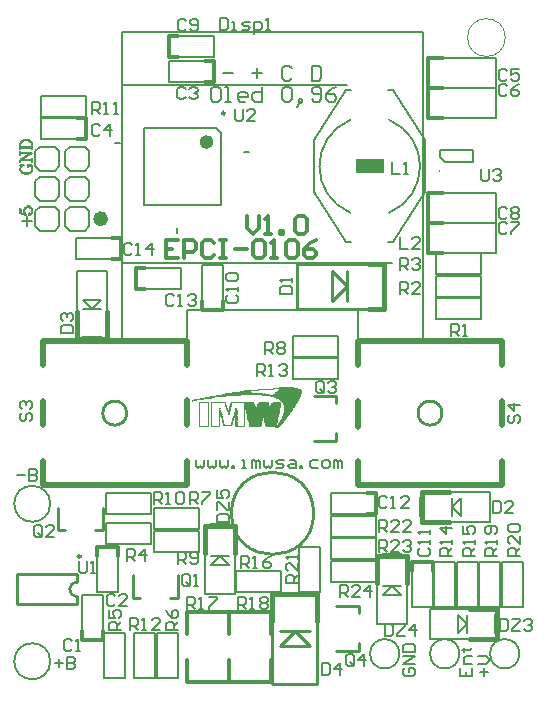
<source format=gto>
%FSLAX23Y23*%
%MOIN*%
G70*
G01*
G75*
G04 Layer_Color=65535*
%ADD10C,0.030*%
%ADD11C,0.020*%
%ADD12C,0.012*%
%ADD13C,0.010*%
%ADD14R,0.024X0.047*%
%ADD15R,0.039X0.051*%
%ADD16R,0.110X0.115*%
%ADD17R,0.098X0.091*%
%ADD18R,0.060X0.074*%
%ADD19R,0.080X0.080*%
%ADD20R,0.074X0.060*%
%ADD21R,0.051X0.039*%
%ADD22O,0.053X0.022*%
%ADD23O,0.022X0.053*%
%ADD24R,0.022X0.053*%
%ADD25R,0.026X0.079*%
%ADD26R,0.106X0.033*%
%ADD27R,0.110X0.070*%
%ADD28R,0.050X0.050*%
%ADD29R,0.050X0.050*%
%ADD30R,0.100X0.060*%
%ADD31C,0.015*%
%ADD32C,0.008*%
%ADD33C,0.157*%
%ADD34C,0.100*%
%ADD35P,0.108X8X112.5*%
%ADD36C,0.060*%
%ADD37C,0.089*%
%ADD38P,0.076X8X202.5*%
%ADD39R,0.062X0.070*%
%ADD40O,0.062X0.070*%
%ADD41C,0.079*%
%ADD42C,0.050*%
%ADD43C,0.006*%
%ADD44C,0.008*%
%ADD45C,0.004*%
%ADD46C,0.025*%
%ADD47C,0.024*%
%ADD48C,0.010*%
%ADD49C,0.016*%
%ADD50C,0.012*%
%ADD51C,0.006*%
%ADD52C,0.002*%
%ADD53R,0.098X0.051*%
D11*
X1375Y560D02*
Y620D01*
X1625Y170D02*
Y230D01*
X1245Y425D02*
X1305D01*
X670Y525D02*
X730D01*
X245Y1150D02*
X305D01*
X1641Y662D02*
Y742D01*
Y862D02*
Y942D01*
Y1062D02*
Y1142D01*
X1161D02*
X1641D01*
X1161Y1062D02*
Y1142D01*
Y857D02*
Y942D01*
Y662D02*
Y742D01*
Y662D02*
X1641D01*
X110Y1142D02*
X590D01*
Y1062D02*
Y1142D01*
Y862D02*
Y947D01*
Y662D02*
Y742D01*
X110Y662D02*
X590D01*
X110D02*
Y742D01*
Y862D02*
Y942D01*
Y1062D02*
Y1142D01*
D12*
X340Y1415D02*
X370D01*
Y1485D01*
X340D02*
X370D01*
X290Y425D02*
Y455D01*
X360D01*
Y425D02*
Y455D01*
X240Y145D02*
Y175D01*
Y145D02*
X310D01*
Y175D01*
X650Y2075D02*
X680D01*
Y2005D02*
Y2075D01*
X650Y2005D02*
X680D01*
X420Y1385D02*
X450D01*
X420Y1315D02*
Y1385D01*
Y1315D02*
X450D01*
X1190Y635D02*
X1220D01*
Y565D02*
Y635D01*
X1190Y565D02*
X1220D01*
X1410Y375D02*
Y405D01*
X1340D02*
X1410D01*
X1340Y375D02*
Y405D01*
X710Y1245D02*
Y1275D01*
X640Y1245D02*
X710D01*
X640D02*
Y1275D01*
X530Y2160D02*
X560D01*
X530Y2090D02*
Y2160D01*
Y2090D02*
X560D01*
X225Y1885D02*
X255D01*
Y1815D02*
Y1885D01*
X225Y1815D02*
X255D01*
X730Y5D02*
X870D01*
X730Y240D02*
X870D01*
Y5D02*
Y80D01*
X730Y5D02*
Y80D01*
Y165D02*
Y240D01*
X870Y165D02*
Y240D01*
X730Y165D02*
Y240D01*
X590Y165D02*
Y240D01*
Y5D02*
Y80D01*
X730Y5D02*
Y80D01*
X590Y240D02*
X730D01*
X590Y5D02*
X730D01*
X790Y1560D02*
Y1520D01*
X810Y1500D01*
X830Y1520D01*
Y1560D01*
X850Y1500D02*
X870D01*
X860D01*
Y1560D01*
X850Y1550D01*
X900Y1500D02*
Y1510D01*
X910D01*
Y1500D01*
X900D01*
X950Y1550D02*
X960Y1560D01*
X980D01*
X990Y1550D01*
Y1510D01*
X980Y1500D01*
X960D01*
X950Y1510D01*
Y1550D01*
X560Y1480D02*
X520D01*
Y1420D01*
X560D01*
X520Y1450D02*
X540D01*
X580Y1420D02*
Y1480D01*
X610D01*
X620Y1470D01*
Y1450D01*
X610Y1440D01*
X580D01*
X680Y1470D02*
X670Y1480D01*
X650D01*
X640Y1470D01*
Y1430D01*
X650Y1420D01*
X670D01*
X680Y1430D01*
X700Y1480D02*
X720D01*
X710D01*
Y1420D01*
X700D01*
X720D01*
X750Y1450D02*
X790D01*
X810Y1470D02*
X820Y1480D01*
X840D01*
X850Y1470D01*
Y1430D01*
X840Y1420D01*
X820D01*
X810Y1430D01*
Y1470D01*
X870Y1420D02*
X890D01*
X880D01*
Y1480D01*
X870Y1470D01*
X920D02*
X930Y1480D01*
X950D01*
X960Y1470D01*
Y1430D01*
X950Y1420D01*
X930D01*
X920Y1430D01*
Y1470D01*
X1020Y1480D02*
X1000Y1470D01*
X980Y1450D01*
Y1430D01*
X990Y1420D01*
X1010D01*
X1020Y1430D01*
Y1440D01*
X1010Y1450D01*
X980D01*
D13*
X225Y340D02*
G03*
X225Y290I0J-25D01*
G01*
X237Y425D02*
G03*
X237Y425I-5J0D01*
G01*
X1441Y902D02*
G03*
X1441Y902I-40J0D01*
G01*
X390D02*
G03*
X390Y902I-40J0D01*
G01*
X1013Y568D02*
G03*
X1013Y568I-137J0D01*
G01*
X1075Y1375D02*
X1125Y1325D01*
X1075Y1275D02*
X1125Y1325D01*
X1075Y1275D02*
Y1375D01*
X1125Y1275D02*
Y1375D01*
X958Y1400D02*
X1197D01*
X958Y1250D02*
Y1400D01*
Y1250D02*
X1226D01*
X225Y340D02*
Y365D01*
Y265D02*
Y290D01*
X25Y265D02*
X225D01*
X25D02*
Y365D01*
X225D01*
X900Y175D02*
X1000D01*
X950D02*
X1000Y125D01*
X900D02*
X950Y175D01*
X900Y125D02*
X1000D01*
X875Y300D02*
X1025D01*
X875Y0D02*
Y300D01*
Y0D02*
X1025D01*
Y300D01*
X1163Y235D02*
Y260D01*
X1088D02*
X1163D01*
X1088Y110D02*
X1163D01*
Y135D01*
X535Y287D02*
X560D01*
Y362D01*
X410Y287D02*
Y362D01*
Y287D02*
X435D01*
X160Y512D02*
X185D01*
X160D02*
Y587D01*
X310Y512D02*
Y587D01*
X285Y512D02*
X310D01*
X1088Y935D02*
Y960D01*
X1013D02*
X1088D01*
X1013Y810D02*
X1088D01*
Y835D01*
D32*
X945Y1090D02*
X1095D01*
X945D02*
Y1160D01*
X1095Y1090D02*
Y1160D01*
X945D02*
X1095D01*
X1475Y560D02*
Y620D01*
Y590D02*
X1505Y620D01*
X1475Y590D02*
X1505Y560D01*
Y620D01*
X1600Y540D02*
Y640D01*
X1465Y540D02*
X1600D01*
X1465Y640D02*
X1600D01*
X1445Y1535D02*
X1620D01*
X1445Y1635D02*
X1620D01*
Y1535D02*
Y1635D01*
X1400Y150D02*
X1535D01*
X1400Y250D02*
X1535D01*
X1400Y150D02*
Y250D01*
X1495Y170D02*
Y230D01*
X1525Y200D01*
X1495Y170D02*
X1525Y200D01*
Y170D02*
Y230D01*
X1325Y200D02*
Y335D01*
X1225Y200D02*
Y335D01*
Y200D02*
X1325D01*
X1245Y295D02*
X1305D01*
X1245D02*
X1275Y325D01*
X1305Y295D01*
X1245Y325D02*
X1305D01*
X750Y300D02*
Y435D01*
X650Y300D02*
Y435D01*
Y300D02*
X750D01*
X670Y395D02*
X730D01*
X670D02*
X700Y425D01*
X730Y395D01*
X670Y425D02*
X730D01*
X225Y1240D02*
Y1375D01*
X325Y1240D02*
Y1375D01*
X225D02*
X325D01*
X245Y1280D02*
X305D01*
X275Y1250D02*
X305Y1280D01*
X245D02*
X275Y1250D01*
X245D02*
X305D01*
X755Y305D02*
X905D01*
X755D02*
Y375D01*
X905Y305D02*
Y375D01*
X755D02*
X905D01*
X220Y1415D02*
Y1485D01*
Y1415D02*
X340D01*
X220Y1485D02*
X340D01*
X385Y20D02*
Y170D01*
X315Y20D02*
X385D01*
X315Y170D02*
X385D01*
X315Y20D02*
Y170D01*
X782Y1772D02*
X799D01*
X559Y1501D02*
Y1518D01*
X351Y1804D02*
X368D01*
X290Y305D02*
Y425D01*
X360Y305D02*
Y425D01*
X290Y305D02*
X360D01*
X480Y585D02*
X630D01*
Y515D02*
Y585D01*
X480Y515D02*
Y585D01*
Y515D02*
X630D01*
X240Y295D02*
X310D01*
X240Y175D02*
Y295D01*
X310Y175D02*
Y295D01*
X320Y635D02*
X470D01*
Y565D02*
Y635D01*
X320Y565D02*
Y635D01*
Y565D02*
X470D01*
X530Y2075D02*
X650D01*
X530Y2005D02*
X650D01*
X530D02*
Y2075D01*
X570Y1315D02*
Y1385D01*
X450D02*
X570D01*
X450Y1315D02*
X570D01*
X1070Y635D02*
X1190D01*
X1070Y565D02*
X1190D01*
X1070D02*
Y635D01*
X1340Y255D02*
X1410D01*
Y375D01*
X1340Y255D02*
Y375D01*
X710Y1275D02*
Y1395D01*
X640Y1275D02*
Y1395D01*
X710D01*
X680Y2090D02*
Y2160D01*
X560D02*
X680D01*
X560Y2090D02*
X680D01*
X105Y1885D02*
X225D01*
X105Y1815D02*
X225D01*
X105D02*
Y1885D01*
X1070Y340D02*
X1220D01*
X1070D02*
Y410D01*
X1220Y340D02*
Y410D01*
X1070D02*
X1220D01*
X1070Y485D02*
X1220D01*
Y415D02*
Y485D01*
X1070Y415D02*
Y485D01*
Y415D02*
X1220D01*
X1070Y490D02*
X1220D01*
X1070D02*
Y560D01*
X1220Y490D02*
Y560D01*
X1070D02*
X1220D01*
X965Y305D02*
Y455D01*
X1035D01*
X965Y305D02*
X1035D01*
Y455D01*
X1640Y255D02*
Y405D01*
X1710D01*
X1640Y255D02*
X1710D01*
Y405D01*
X1635Y255D02*
Y405D01*
X1565Y255D02*
X1635D01*
X1565Y405D02*
X1635D01*
X1565Y255D02*
Y405D01*
X1560Y255D02*
Y405D01*
X1490Y255D02*
X1560D01*
X1490Y405D02*
X1560D01*
X1490Y255D02*
Y405D01*
X1485Y255D02*
Y405D01*
X1415Y255D02*
X1485D01*
X1415Y405D02*
X1485D01*
X1415Y255D02*
Y405D01*
X1420Y1290D02*
X1570D01*
X1420D02*
Y1360D01*
X1570Y1290D02*
Y1360D01*
X1420D02*
X1570D01*
X1420Y1285D02*
X1570D01*
Y1215D02*
Y1285D01*
X1420Y1215D02*
Y1285D01*
Y1215D02*
X1570D01*
X560Y20D02*
Y170D01*
X490Y20D02*
X560D01*
X490Y170D02*
X560D01*
X490Y20D02*
Y170D01*
X945Y1085D02*
X1095D01*
Y1015D02*
Y1085D01*
X945Y1015D02*
Y1085D01*
Y1015D02*
X1095D01*
X485Y20D02*
Y170D01*
X415Y20D02*
X485D01*
X415Y170D02*
X485D01*
X415Y20D02*
Y170D01*
X105Y1890D02*
X255D01*
X105D02*
Y1960D01*
X255Y1890D02*
Y1960D01*
X105D02*
X255D01*
X320Y535D02*
X470D01*
Y465D02*
Y535D01*
X320Y465D02*
Y535D01*
Y465D02*
X470D01*
X480Y510D02*
X630D01*
Y440D02*
Y510D01*
X480Y440D02*
Y510D01*
Y440D02*
X630D01*
X1420Y1365D02*
X1570D01*
X1420D02*
Y1435D01*
X1570Y1365D02*
Y1435D01*
X1420D02*
X1570D01*
X1445D02*
X1620D01*
X1445Y1535D02*
X1620D01*
Y1435D02*
Y1535D01*
Y1885D02*
Y1985D01*
X1445D02*
X1620D01*
X1445Y1885D02*
X1620D01*
X1445Y1985D02*
X1620D01*
X1445Y2085D02*
X1620D01*
Y1985D02*
Y2085D01*
X586Y1983D02*
X579Y1990D01*
X566D01*
X559Y1983D01*
Y1957D01*
X566Y1950D01*
X579D01*
X586Y1957D01*
X599Y1983D02*
X606Y1990D01*
X619D01*
X626Y1983D01*
Y1977D01*
X619Y1970D01*
X613D01*
X619D01*
X626Y1963D01*
Y1957D01*
X619Y1950D01*
X606D01*
X599Y1957D01*
X600Y600D02*
Y640D01*
X620D01*
X627Y633D01*
Y620D01*
X620Y613D01*
X600D01*
X613D02*
X627Y600D01*
X640Y640D02*
X667D01*
Y633D01*
X640Y607D01*
Y600D01*
X1667Y897D02*
X1660Y890D01*
Y877D01*
X1667Y870D01*
X1673D01*
X1680Y877D01*
Y890D01*
X1687Y897D01*
X1693D01*
X1700Y890D01*
Y877D01*
X1693Y870D01*
X1700Y930D02*
X1660D01*
X1680Y910D01*
Y937D01*
X42Y902D02*
X35Y895D01*
Y882D01*
X42Y875D01*
X48D01*
X55Y882D01*
Y895D01*
X62Y902D01*
X68D01*
X75Y895D01*
Y882D01*
X68Y875D01*
X42Y915D02*
X35Y922D01*
Y935D01*
X42Y942D01*
X48D01*
X55Y935D01*
Y928D01*
Y935D01*
X62Y942D01*
X68D01*
X75Y935D01*
Y922D01*
X68Y915D01*
X207Y143D02*
X200Y150D01*
X187D01*
X180Y143D01*
Y117D01*
X187Y110D01*
X200D01*
X207Y117D01*
X220Y110D02*
X233D01*
X227D01*
Y150D01*
X220Y143D01*
X1300Y1380D02*
Y1420D01*
X1320D01*
X1327Y1413D01*
Y1400D01*
X1320Y1393D01*
X1300D01*
X1313D02*
X1327Y1380D01*
X1340Y1413D02*
X1347Y1420D01*
X1360D01*
X1367Y1413D01*
Y1407D01*
X1360Y1400D01*
X1353D01*
X1360D01*
X1367Y1393D01*
Y1387D01*
X1360Y1380D01*
X1347D01*
X1340Y1387D01*
X370Y180D02*
X330D01*
Y200D01*
X337Y207D01*
X350D01*
X357Y200D01*
Y180D01*
Y193D02*
X370Y207D01*
X330Y247D02*
Y220D01*
X350D01*
X343Y233D01*
Y240D01*
X350Y247D01*
X363D01*
X370Y240D01*
Y227D01*
X363Y220D01*
X602Y332D02*
Y358D01*
X595Y365D01*
X582D01*
X575Y358D01*
Y332D01*
X582Y325D01*
X595D01*
X588Y338D02*
X602Y325D01*
X595D02*
X602Y332D01*
X615Y325D02*
X628D01*
X622D01*
Y365D01*
X615Y358D01*
X170Y1170D02*
X210D01*
Y1190D01*
X203Y1197D01*
X177D01*
X170Y1190D01*
Y1170D01*
X177Y1210D02*
X170Y1217D01*
Y1230D01*
X177Y1237D01*
X183D01*
X190Y1230D01*
Y1223D01*
Y1230D01*
X197Y1237D01*
X203D01*
X210Y1230D01*
Y1217D01*
X203Y1210D01*
X560Y400D02*
Y440D01*
X580D01*
X587Y433D01*
Y420D01*
X580Y413D01*
X560D01*
X573D02*
X587Y400D01*
X600Y407D02*
X607Y400D01*
X620D01*
X627Y407D01*
Y433D01*
X620Y440D01*
X607D01*
X600Y433D01*
Y427D01*
X607Y420D01*
X627D01*
X230Y410D02*
Y377D01*
X237Y370D01*
X250D01*
X257Y377D01*
Y410D01*
X270Y370D02*
X283D01*
X277D01*
Y410D01*
X270Y403D01*
X352Y293D02*
X345Y300D01*
X332D01*
X325Y293D01*
Y267D01*
X332Y260D01*
X345D01*
X352Y267D01*
X392Y260D02*
X365D01*
X392Y287D01*
Y293D01*
X385Y300D01*
X372D01*
X365Y293D01*
X107Y497D02*
Y523D01*
X100Y530D01*
X87D01*
X80Y523D01*
Y497D01*
X87Y490D01*
X100D01*
X93Y503D02*
X107Y490D01*
X100D02*
X107Y497D01*
X147Y490D02*
X120D01*
X147Y517D01*
Y523D01*
X140Y530D01*
X127D01*
X120Y523D01*
X390Y410D02*
Y450D01*
X410D01*
X417Y443D01*
Y430D01*
X410Y423D01*
X390D01*
X403D02*
X417Y410D01*
X450D02*
Y450D01*
X430Y430D01*
X457D01*
X480Y600D02*
Y640D01*
X500D01*
X507Y633D01*
Y620D01*
X500Y613D01*
X480D01*
X493D02*
X507Y600D01*
X520D02*
X533D01*
X527D01*
Y640D01*
X520Y633D01*
X553D02*
X560Y640D01*
X573D01*
X580Y633D01*
Y607D01*
X573Y600D01*
X560D01*
X553Y607D01*
Y633D01*
X275Y1900D02*
Y1940D01*
X295D01*
X302Y1933D01*
Y1920D01*
X295Y1913D01*
X275D01*
X288D02*
X302Y1900D01*
X315D02*
X328D01*
X322D01*
Y1940D01*
X315Y1933D01*
X348Y1900D02*
X362D01*
X355D01*
Y1940D01*
X348Y1933D01*
X400Y180D02*
Y220D01*
X420D01*
X427Y213D01*
Y200D01*
X420Y193D01*
X400D01*
X413D02*
X427Y180D01*
X440D02*
X453D01*
X447D01*
Y220D01*
X440Y213D01*
X500Y180D02*
X473D01*
X500Y207D01*
Y213D01*
X493Y220D01*
X480D01*
X473Y213D01*
X825Y1025D02*
Y1065D01*
X845D01*
X852Y1058D01*
Y1045D01*
X845Y1038D01*
X825D01*
X838D02*
X852Y1025D01*
X865D02*
X878D01*
X872D01*
Y1065D01*
X865Y1058D01*
X898D02*
X905Y1065D01*
X918D01*
X925Y1058D01*
Y1052D01*
X918Y1045D01*
X912D01*
X918D01*
X925Y1038D01*
Y1032D01*
X918Y1025D01*
X905D01*
X898Y1032D01*
X700Y2220D02*
Y2180D01*
X720D01*
X727Y2187D01*
Y2213D01*
X720Y2220D01*
X700D01*
X740Y2180D02*
X753D01*
X747D01*
Y2207D01*
X740D01*
X773Y2180D02*
X793D01*
X800Y2187D01*
X793Y2193D01*
X780D01*
X773Y2200D01*
X780Y2207D01*
X800D01*
X813Y2167D02*
Y2207D01*
X833D01*
X840Y2200D01*
Y2187D01*
X833Y2180D01*
X813D01*
X853D02*
X867D01*
X860D01*
Y2220D01*
X853Y2213D01*
X302Y1858D02*
X295Y1865D01*
X282D01*
X275Y1858D01*
Y1832D01*
X282Y1825D01*
X295D01*
X302Y1832D01*
X335Y1825D02*
Y1865D01*
X315Y1845D01*
X342D01*
X560Y180D02*
X520D01*
Y200D01*
X527Y207D01*
X540D01*
X547Y200D01*
Y180D01*
Y193D02*
X560Y207D01*
X520Y247D02*
X527Y233D01*
X540Y220D01*
X553D01*
X560Y227D01*
Y240D01*
X553Y247D01*
X547D01*
X540Y240D01*
Y220D01*
X750Y1915D02*
Y1882D01*
X757Y1875D01*
X770D01*
X777Y1882D01*
Y1915D01*
X817Y1875D02*
X790D01*
X817Y1902D01*
Y1908D01*
X810Y1915D01*
X797D01*
X790Y1908D01*
X1657Y2043D02*
X1650Y2050D01*
X1637D01*
X1630Y2043D01*
Y2017D01*
X1637Y2010D01*
X1650D01*
X1657Y2017D01*
X1697Y2050D02*
X1670D01*
Y2030D01*
X1683Y2037D01*
X1690D01*
X1697Y2030D01*
Y2017D01*
X1690Y2010D01*
X1677D01*
X1670Y2017D01*
X1657Y1993D02*
X1650Y2000D01*
X1637D01*
X1630Y1993D01*
Y1967D01*
X1637Y1960D01*
X1650D01*
X1657Y1967D01*
X1697Y2000D02*
X1683Y1993D01*
X1670Y1980D01*
Y1967D01*
X1677Y1960D01*
X1690D01*
X1697Y1967D01*
Y1973D01*
X1690Y1980D01*
X1670D01*
X1657Y1533D02*
X1650Y1540D01*
X1637D01*
X1630Y1533D01*
Y1507D01*
X1637Y1500D01*
X1650D01*
X1657Y1507D01*
X1670Y1540D02*
X1697D01*
Y1533D01*
X1670Y1507D01*
Y1500D01*
X1657Y1583D02*
X1650Y1590D01*
X1637D01*
X1630Y1583D01*
Y1557D01*
X1637Y1550D01*
X1650D01*
X1657Y1557D01*
X1670Y1583D02*
X1677Y1590D01*
X1690D01*
X1697Y1583D01*
Y1577D01*
X1690Y1570D01*
X1697Y1563D01*
Y1557D01*
X1690Y1550D01*
X1677D01*
X1670Y1557D01*
Y1563D01*
X1677Y1570D01*
X1670Y1577D01*
Y1583D01*
X1677Y1570D02*
X1690D01*
X1275Y1740D02*
Y1700D01*
X1302D01*
X1315D02*
X1328D01*
X1322D01*
Y1740D01*
X1315Y1733D01*
X1300Y1490D02*
Y1450D01*
X1327D01*
X1367D02*
X1340D01*
X1367Y1477D01*
Y1483D01*
X1360Y1490D01*
X1347D01*
X1340Y1483D01*
X1470Y1160D02*
Y1200D01*
X1490D01*
X1497Y1193D01*
Y1180D01*
X1490Y1173D01*
X1470D01*
X1483D02*
X1497Y1160D01*
X1510D02*
X1523D01*
X1517D01*
Y1200D01*
X1510Y1193D01*
X1300Y1300D02*
Y1340D01*
X1320D01*
X1327Y1333D01*
Y1320D01*
X1320Y1313D01*
X1300D01*
X1313D02*
X1327Y1300D01*
X1367D02*
X1340D01*
X1367Y1327D01*
Y1333D01*
X1360Y1340D01*
X1347D01*
X1340Y1333D01*
X1570Y1715D02*
Y1682D01*
X1577Y1675D01*
X1590D01*
X1597Y1682D01*
Y1715D01*
X1610Y1708D02*
X1617Y1715D01*
X1630D01*
X1637Y1708D01*
Y1702D01*
X1630Y1695D01*
X1623D01*
X1630D01*
X1637Y1688D01*
Y1682D01*
X1630Y1675D01*
X1617D01*
X1610Y1682D01*
X1635Y215D02*
Y175D01*
X1655D01*
X1662Y182D01*
Y208D01*
X1655Y215D01*
X1635D01*
X1675D02*
X1702D01*
Y208D01*
X1675Y182D01*
Y175D01*
X1702D01*
X1715Y208D02*
X1722Y215D01*
X1735D01*
X1742Y208D01*
Y202D01*
X1735Y195D01*
X1728D01*
X1735D01*
X1742Y188D01*
Y182D01*
X1735Y175D01*
X1722D01*
X1715Y182D01*
X1580Y25D02*
Y52D01*
X1567Y38D02*
X1593D01*
X1560Y65D02*
X1587D01*
X1600Y78D01*
X1587Y92D01*
X1560D01*
X1500Y52D02*
Y25D01*
X1540D01*
Y52D01*
X1520Y25D02*
Y38D01*
X1540Y65D02*
X1513D01*
Y85D01*
X1520Y92D01*
X1540D01*
X1507Y112D02*
X1513D01*
Y105D01*
Y118D01*
Y112D01*
X1533D01*
X1540Y118D01*
X1317Y52D02*
X1310Y45D01*
Y32D01*
X1317Y25D01*
X1343D01*
X1350Y32D01*
Y45D01*
X1343Y52D01*
X1330D01*
Y38D01*
X1350Y65D02*
X1310D01*
X1350Y92D01*
X1310D01*
Y105D02*
X1350D01*
Y125D01*
X1343Y132D01*
X1317D01*
X1310Y125D01*
Y105D01*
X1047Y977D02*
Y1003D01*
X1040Y1010D01*
X1027D01*
X1020Y1003D01*
Y977D01*
X1027Y970D01*
X1040D01*
X1033Y983D02*
X1047Y970D01*
X1040D02*
X1047Y977D01*
X1060Y1003D02*
X1067Y1010D01*
X1080D01*
X1087Y1003D01*
Y997D01*
X1080Y990D01*
X1073D01*
X1080D01*
X1087Y983D01*
Y977D01*
X1080Y970D01*
X1067D01*
X1060Y977D01*
X1147Y67D02*
Y93D01*
X1140Y100D01*
X1127D01*
X1120Y93D01*
Y67D01*
X1127Y60D01*
X1140D01*
X1133Y73D02*
X1147Y60D01*
X1140D02*
X1147Y67D01*
X1180Y60D02*
Y100D01*
X1160Y80D01*
X1187D01*
X850Y1100D02*
Y1140D01*
X870D01*
X877Y1133D01*
Y1120D01*
X870Y1113D01*
X850D01*
X863D02*
X877Y1100D01*
X890Y1133D02*
X897Y1140D01*
X910D01*
X917Y1133D01*
Y1127D01*
X910Y1120D01*
X917Y1113D01*
Y1107D01*
X910Y1100D01*
X897D01*
X890Y1107D01*
Y1113D01*
X897Y1120D01*
X890Y1127D01*
Y1133D01*
X897Y1120D02*
X910D01*
X1475Y425D02*
X1435D01*
Y445D01*
X1442Y452D01*
X1455D01*
X1462Y445D01*
Y425D01*
Y438D02*
X1475Y452D01*
Y465D02*
Y478D01*
Y472D01*
X1435D01*
X1442Y465D01*
X1475Y518D02*
X1435D01*
X1455Y498D01*
Y525D01*
X1550Y425D02*
X1510D01*
Y445D01*
X1517Y452D01*
X1530D01*
X1537Y445D01*
Y425D01*
Y438D02*
X1550Y452D01*
Y465D02*
Y478D01*
Y472D01*
X1510D01*
X1517Y465D01*
X1510Y525D02*
Y498D01*
X1530D01*
X1523Y512D01*
Y518D01*
X1530Y525D01*
X1543D01*
X1550Y518D01*
Y505D01*
X1543Y498D01*
X770Y385D02*
Y425D01*
X790D01*
X797Y418D01*
Y405D01*
X790Y398D01*
X770D01*
X783D02*
X797Y385D01*
X810D02*
X823D01*
X817D01*
Y425D01*
X810Y418D01*
X870Y425D02*
X857Y418D01*
X843Y405D01*
Y392D01*
X850Y385D01*
X863D01*
X870Y392D01*
Y398D01*
X863Y405D01*
X843D01*
X590Y250D02*
Y290D01*
X610D01*
X617Y283D01*
Y270D01*
X610Y263D01*
X590D01*
X603D02*
X617Y250D01*
X630D02*
X643D01*
X637D01*
Y290D01*
X630Y283D01*
X663Y290D02*
X690D01*
Y283D01*
X663Y257D01*
Y250D01*
X760D02*
Y290D01*
X780D01*
X787Y283D01*
Y270D01*
X780Y263D01*
X760D01*
X773D02*
X787Y250D01*
X800D02*
X813D01*
X807D01*
Y290D01*
X800Y283D01*
X833D02*
X840Y290D01*
X853D01*
X860Y283D01*
Y277D01*
X853Y270D01*
X860Y263D01*
Y257D01*
X853Y250D01*
X840D01*
X833Y257D01*
Y263D01*
X840Y270D01*
X833Y277D01*
Y283D01*
X840Y270D02*
X853D01*
X900Y1300D02*
X940D01*
Y1320D01*
X933Y1327D01*
X907D01*
X900Y1320D01*
Y1300D01*
X940Y1340D02*
Y1353D01*
Y1347D01*
X900D01*
X907Y1340D01*
X1610Y610D02*
Y570D01*
X1630D01*
X1637Y577D01*
Y603D01*
X1630Y610D01*
X1610D01*
X1677Y570D02*
X1650D01*
X1677Y597D01*
Y603D01*
X1670Y610D01*
X1657D01*
X1650Y603D01*
X1040Y70D02*
Y30D01*
X1060D01*
X1067Y37D01*
Y63D01*
X1060Y70D01*
X1040D01*
X1100Y30D02*
Y70D01*
X1080Y50D01*
X1107D01*
X587Y2208D02*
X580Y2215D01*
X567D01*
X560Y2208D01*
Y2182D01*
X567Y2175D01*
X580D01*
X587Y2182D01*
X600D02*
X607Y2175D01*
X620D01*
X627Y2182D01*
Y2208D01*
X620Y2215D01*
X607D01*
X600Y2208D01*
Y2202D01*
X607Y2195D01*
X627D01*
X727Y1297D02*
X720Y1290D01*
Y1277D01*
X727Y1270D01*
X753D01*
X760Y1277D01*
Y1290D01*
X753Y1297D01*
X760Y1310D02*
Y1323D01*
Y1317D01*
X720D01*
X727Y1310D01*
Y1343D02*
X720Y1350D01*
Y1363D01*
X727Y1370D01*
X753D01*
X760Y1363D01*
Y1350D01*
X753Y1343D01*
X727D01*
X1367Y452D02*
X1360Y445D01*
Y432D01*
X1367Y425D01*
X1393D01*
X1400Y432D01*
Y445D01*
X1393Y452D01*
X1400Y465D02*
Y478D01*
Y472D01*
X1360D01*
X1367Y465D01*
X1400Y498D02*
Y512D01*
Y505D01*
X1360D01*
X1367Y498D01*
X1257Y618D02*
X1250Y625D01*
X1237D01*
X1230Y618D01*
Y592D01*
X1237Y585D01*
X1250D01*
X1257Y592D01*
X1270Y585D02*
X1283D01*
X1277D01*
Y625D01*
X1270Y618D01*
X1330Y585D02*
X1303D01*
X1330Y612D01*
Y618D01*
X1323Y625D01*
X1310D01*
X1303Y618D01*
X547Y1293D02*
X540Y1300D01*
X527D01*
X520Y1293D01*
Y1267D01*
X527Y1260D01*
X540D01*
X547Y1267D01*
X560Y1260D02*
X573D01*
X567D01*
Y1300D01*
X560Y1293D01*
X593D02*
X600Y1300D01*
X613D01*
X620Y1293D01*
Y1287D01*
X613Y1280D01*
X607D01*
X613D01*
X620Y1273D01*
Y1267D01*
X613Y1260D01*
X600D01*
X593Y1267D01*
X407Y1463D02*
X400Y1470D01*
X387D01*
X380Y1463D01*
Y1437D01*
X387Y1430D01*
X400D01*
X407Y1437D01*
X420Y1430D02*
X433D01*
X427D01*
Y1470D01*
X420Y1463D01*
X473Y1430D02*
Y1470D01*
X453Y1450D01*
X480D01*
X1250Y200D02*
Y160D01*
X1270D01*
X1277Y167D01*
Y193D01*
X1270Y200D01*
X1250D01*
X1290D02*
X1317D01*
Y193D01*
X1290Y167D01*
Y160D01*
X1317D01*
X1350D02*
Y200D01*
X1330Y180D01*
X1357D01*
X690Y540D02*
X730D01*
Y560D01*
X723Y567D01*
X697D01*
X690Y560D01*
Y540D01*
Y580D02*
Y607D01*
X697D01*
X723Y580D01*
X730D01*
Y607D01*
X690Y647D02*
Y620D01*
X710D01*
X703Y633D01*
Y640D01*
X710Y647D01*
X723D01*
X730Y640D01*
Y627D01*
X723Y620D01*
X1625Y425D02*
X1585D01*
Y445D01*
X1592Y452D01*
X1605D01*
X1612Y445D01*
Y425D01*
Y438D02*
X1625Y452D01*
Y465D02*
Y478D01*
Y472D01*
X1585D01*
X1592Y465D01*
X1618Y498D02*
X1625Y505D01*
Y518D01*
X1618Y525D01*
X1592D01*
X1585Y518D01*
Y505D01*
X1592Y498D01*
X1598D01*
X1605Y505D01*
Y525D01*
X1700Y425D02*
X1660D01*
Y445D01*
X1667Y452D01*
X1680D01*
X1687Y445D01*
Y425D01*
Y438D02*
X1700Y452D01*
Y492D02*
Y465D01*
X1673Y492D01*
X1667D01*
X1660Y485D01*
Y472D01*
X1667Y465D01*
Y505D02*
X1660Y512D01*
Y525D01*
X1667Y532D01*
X1693D01*
X1700Y525D01*
Y512D01*
X1693Y505D01*
X1667D01*
X960Y335D02*
X920D01*
Y355D01*
X927Y362D01*
X940D01*
X947Y355D01*
Y335D01*
Y348D02*
X960Y362D01*
Y402D02*
Y375D01*
X933Y402D01*
X927D01*
X920Y395D01*
Y382D01*
X927Y375D01*
X960Y415D02*
Y428D01*
Y422D01*
X920D01*
X927Y415D01*
X1230Y505D02*
Y545D01*
X1250D01*
X1257Y538D01*
Y525D01*
X1250Y518D01*
X1230D01*
X1243D02*
X1257Y505D01*
X1297D02*
X1270D01*
X1297Y532D01*
Y538D01*
X1290Y545D01*
X1277D01*
X1270Y538D01*
X1337Y505D02*
X1310D01*
X1337Y532D01*
Y538D01*
X1330Y545D01*
X1317D01*
X1310Y538D01*
X1230Y440D02*
Y480D01*
X1250D01*
X1257Y473D01*
Y460D01*
X1250Y453D01*
X1230D01*
X1243D02*
X1257Y440D01*
X1297D02*
X1270D01*
X1297Y467D01*
Y473D01*
X1290Y480D01*
X1277D01*
X1270Y473D01*
X1310D02*
X1317Y480D01*
X1330D01*
X1337Y473D01*
Y467D01*
X1330Y460D01*
X1323D01*
X1330D01*
X1337Y453D01*
Y447D01*
X1330Y440D01*
X1317D01*
X1310Y447D01*
X1100Y290D02*
Y330D01*
X1120D01*
X1127Y323D01*
Y310D01*
X1120Y303D01*
X1100D01*
X1113D02*
X1127Y290D01*
X1167D02*
X1140D01*
X1167Y317D01*
Y323D01*
X1160Y330D01*
X1147D01*
X1140Y323D01*
X1200Y290D02*
Y330D01*
X1180Y310D01*
X1207D01*
X620Y747D02*
Y727D01*
X627Y720D01*
X633Y727D01*
X640Y720D01*
X647Y727D01*
Y747D01*
X660D02*
Y727D01*
X667Y720D01*
X673Y727D01*
X680Y720D01*
X687Y727D01*
Y747D01*
X700D02*
Y727D01*
X707Y720D01*
X713Y727D01*
X720Y720D01*
X727Y727D01*
Y747D01*
X740Y720D02*
Y727D01*
X747D01*
Y720D01*
X740D01*
X773D02*
X787D01*
X780D01*
Y747D01*
X773D01*
X807Y720D02*
Y747D01*
X813D01*
X820Y740D01*
Y720D01*
Y740D01*
X827Y747D01*
X833Y740D01*
Y720D01*
X847Y747D02*
Y727D01*
X853Y720D01*
X860Y727D01*
X867Y720D01*
X873Y727D01*
Y747D01*
X887Y720D02*
X907D01*
X913Y727D01*
X907Y733D01*
X893D01*
X887Y740D01*
X893Y747D01*
X913D01*
X933D02*
X947D01*
X953Y740D01*
Y720D01*
X933D01*
X927Y727D01*
X933Y733D01*
X953D01*
X967Y720D02*
Y727D01*
X973D01*
Y720D01*
X967D01*
X1027Y747D02*
X1007D01*
X1000Y740D01*
Y727D01*
X1007Y720D01*
X1027D01*
X1047D02*
X1060D01*
X1067Y727D01*
Y740D01*
X1060Y747D01*
X1047D01*
X1040Y740D01*
Y727D01*
X1047Y720D01*
X1080D02*
Y747D01*
X1087D01*
X1093Y740D01*
Y720D01*
Y740D01*
X1100Y747D01*
X1107Y740D01*
Y720D01*
X695Y1989D02*
X678D01*
X670Y1981D01*
Y1948D01*
X678Y1940D01*
X695D01*
X703Y1948D01*
Y1981D01*
X695Y1989D01*
X719Y1940D02*
X736D01*
X727D01*
Y1989D01*
X719D01*
X785Y1940D02*
X768D01*
X760Y1948D01*
Y1965D01*
X768Y1973D01*
X785D01*
X793Y1965D01*
Y1956D01*
X760D01*
X842Y1989D02*
Y1940D01*
X818D01*
X809Y1948D01*
Y1965D01*
X818Y1973D01*
X842D01*
X908Y1981D02*
X916Y1989D01*
X932D01*
X941Y1981D01*
Y1948D01*
X932Y1940D01*
X916D01*
X908Y1948D01*
Y1981D01*
X965Y1932D02*
X973Y1940D01*
Y1948D01*
X965D01*
Y1940D01*
X973D01*
X965Y1932D01*
X957Y1924D01*
X1006Y1948D02*
X1014Y1940D01*
X1031D01*
X1039Y1948D01*
Y1981D01*
X1031Y1989D01*
X1014D01*
X1006Y1981D01*
Y1973D01*
X1014Y1965D01*
X1039D01*
X1088Y1989D02*
X1072Y1981D01*
X1055Y1965D01*
Y1948D01*
X1064Y1940D01*
X1080D01*
X1088Y1948D01*
Y1956D01*
X1080Y1965D01*
X1055D01*
X711Y2035D02*
X743D01*
X809D02*
X842D01*
X825Y2051D02*
Y2018D01*
X940Y2051D02*
X932Y2059D01*
X916D01*
X907Y2051D01*
Y2018D01*
X916Y2010D01*
X932D01*
X940Y2018D01*
X1006Y2059D02*
Y2010D01*
X1030D01*
X1039Y2018D01*
Y2051D01*
X1030Y2059D01*
X1006D01*
X150Y70D02*
X177D01*
X163Y83D02*
Y57D01*
X190Y90D02*
Y50D01*
X210D01*
X217Y57D01*
Y63D01*
X210Y70D01*
X190D01*
X210D01*
X217Y77D01*
Y83D01*
X210Y90D01*
X190D01*
X25Y695D02*
X52D01*
X65Y715D02*
Y675D01*
X85D01*
X92Y682D01*
Y688D01*
X85Y695D01*
X65D01*
X85D01*
X92Y702D01*
Y708D01*
X85Y715D01*
X65D01*
D43*
X1433Y1709D02*
G03*
X1433Y1709I-2J0D01*
G01*
D44*
X1264Y1570D02*
G03*
X1264Y1880I-64J155D01*
G01*
X1136D02*
G03*
X1136Y1570I64J-155D01*
G01*
X135Y75D02*
G03*
X135Y75I-60J0D01*
G01*
Y600D02*
G03*
X135Y600I-60J0D01*
G01*
X1699Y100D02*
G03*
X1699Y100I-49J0D01*
G01*
X1499D02*
G03*
X1499Y100I-49J0D01*
G01*
X1299D02*
G03*
X1299Y100I-49J0D01*
G01*
X374Y1404D02*
X1275D01*
X374Y1995D02*
X1125D01*
X1435Y1780D02*
X1545D01*
Y1740D02*
Y1780D01*
X1451Y1740D02*
X1545D01*
X1435Y1756D02*
Y1780D01*
Y1756D02*
X1451Y1740D01*
X1385Y1638D02*
Y1812D01*
X1015Y1638D02*
Y1812D01*
X1279Y1979D02*
X1385Y1812D01*
X1279Y1471D02*
X1385Y1638D01*
X1015Y1812D02*
X1121Y1979D01*
X1015Y1638D02*
X1121Y1471D01*
X1261Y1979D02*
X1279D01*
X1261Y1471D02*
X1279D01*
X1121Y1979D02*
X1139D01*
X1121Y1471D02*
X1139D01*
X374Y2172D02*
X1378D01*
Y1148D02*
Y2172D01*
X374Y1148D02*
Y2172D01*
X591Y1148D02*
Y1247D01*
X1161D01*
Y1148D02*
Y1247D01*
Y1148D02*
X1378D01*
X374D02*
X591D01*
X687Y1853D02*
X703Y1837D01*
X447Y1597D02*
Y1853D01*
X703Y1597D02*
Y1837D01*
X447Y1597D02*
X703D01*
X447Y1853D02*
X687D01*
D45*
X1652Y2154D02*
G03*
X1652Y2154I-63J0D01*
G01*
D46*
X315Y1550D02*
G03*
X315Y1550I-12J0D01*
G01*
D47*
X668Y1806D02*
G03*
X668Y1806I-12J0D01*
G01*
D48*
X718Y1902D02*
G03*
X718Y1902I-5J0D01*
G01*
D49*
X1197Y1250D02*
X1246D01*
Y1400D01*
X1197D02*
X1246D01*
X1375Y540D02*
Y560D01*
Y540D02*
X1465D01*
X1375Y640D02*
X1465D01*
X1375Y620D02*
Y640D01*
X1625Y150D02*
Y170D01*
X1535Y150D02*
X1625D01*
X1535Y250D02*
X1625D01*
Y230D02*
Y250D01*
X1305Y425D02*
X1325D01*
Y335D02*
Y425D01*
X1225Y335D02*
Y425D01*
X1245D01*
X730Y525D02*
X750D01*
Y435D02*
Y525D01*
X650Y435D02*
Y525D01*
X670D01*
X225Y1150D02*
X245D01*
X225D02*
Y1240D01*
X325Y1150D02*
Y1240D01*
X305Y1150D02*
X325D01*
X875Y300D02*
X1025D01*
Y210D02*
Y300D01*
X875Y210D02*
Y300D01*
D50*
X1395Y1635D02*
X1445D01*
X1395Y1535D02*
X1445D01*
X1395D02*
Y1635D01*
Y1535D02*
X1445D01*
X1395Y1435D02*
X1445D01*
X1395D02*
Y1535D01*
Y1885D02*
Y1985D01*
Y1885D02*
X1445D01*
X1395Y1985D02*
X1445D01*
X1395Y2085D02*
X1445D01*
X1395Y1985D02*
X1445D01*
X1395D02*
Y2085D01*
D51*
X250Y1510D02*
X265Y1525D01*
Y1575D01*
X250Y1590D02*
X265Y1575D01*
X200Y1590D02*
X250D01*
X185Y1575D02*
X200Y1590D01*
X185Y1525D02*
Y1575D01*
Y1525D02*
X200Y1510D01*
X250D01*
X150D02*
X165Y1525D01*
Y1575D01*
X150Y1590D02*
X165Y1575D01*
X100Y1590D02*
X150D01*
X85Y1575D02*
X100Y1590D01*
X85Y1525D02*
Y1575D01*
Y1525D02*
X100Y1510D01*
X150D01*
X250Y1610D02*
X265Y1625D01*
Y1675D01*
X250Y1690D02*
X265Y1675D01*
X200Y1690D02*
X250D01*
X185Y1675D02*
X200Y1690D01*
X185Y1625D02*
Y1675D01*
Y1625D02*
X200Y1610D01*
X250D01*
X150D02*
X165Y1625D01*
Y1675D01*
X150Y1690D02*
X165Y1675D01*
X100Y1690D02*
X150D01*
X85Y1675D02*
X100Y1690D01*
X85Y1625D02*
Y1675D01*
Y1625D02*
X100Y1610D01*
X150D01*
X250Y1710D02*
X265Y1725D01*
Y1775D01*
X250Y1790D02*
X265Y1775D01*
X200Y1790D02*
X250D01*
X185Y1775D02*
X200Y1790D01*
X185Y1725D02*
Y1775D01*
Y1725D02*
X200Y1710D01*
X250D01*
X150Y1710D02*
X165Y1725D01*
Y1775D01*
X150Y1790D02*
X165Y1775D01*
X100Y1790D02*
X150D01*
X85Y1775D02*
X100Y1790D01*
X85Y1725D02*
Y1775D01*
Y1725D02*
X100Y1710D01*
X150D01*
X41Y1542D02*
X75D01*
X58Y1525D02*
Y1559D01*
X35Y1568D02*
X54Y1564D01*
X50Y1568D01*
X48Y1574D01*
Y1580D01*
X50Y1585D01*
X54Y1589D01*
X60Y1591D01*
X64D01*
X69Y1589D01*
X73Y1585D01*
X75Y1580D01*
Y1574D01*
X73Y1568D01*
X71Y1566D01*
X67Y1564D01*
X65D01*
X64Y1566D01*
X65Y1568D01*
X67Y1566D01*
X48Y1580D02*
X50Y1583D01*
X54Y1587D01*
X60Y1589D01*
X64D01*
X69Y1587D01*
X73Y1583D01*
X75Y1580D01*
X35Y1568D02*
Y1587D01*
X37Y1568D02*
Y1578D01*
X35Y1587D01*
X41Y1727D02*
X46Y1729D01*
X35D01*
X41Y1727D01*
X37Y1723D01*
X35Y1717D01*
Y1713D01*
X37Y1708D01*
X41Y1704D01*
X45Y1702D01*
X50Y1700D01*
X60D01*
X65Y1702D01*
X69Y1704D01*
X73Y1708D01*
X75Y1713D01*
Y1717D01*
X73Y1723D01*
X69Y1727D01*
X35Y1713D02*
X37Y1710D01*
X41Y1706D01*
X45Y1704D01*
X50Y1702D01*
X60D01*
X65Y1704D01*
X69Y1706D01*
X73Y1710D01*
X75Y1713D01*
X60Y1727D02*
X75D01*
X60Y1729D02*
X75D01*
X60Y1721D02*
Y1734D01*
X35Y1745D02*
X75D01*
X35Y1747D02*
X71Y1770D01*
X39Y1747D02*
X75Y1770D01*
X35D02*
X75D01*
X35Y1739D02*
Y1747D01*
Y1764D02*
Y1776D01*
X75Y1739D02*
Y1751D01*
X35Y1786D02*
X75D01*
X35Y1788D02*
X75D01*
X35Y1781D02*
Y1800D01*
X37Y1805D01*
X41Y1809D01*
X45Y1811D01*
X50Y1813D01*
X60D01*
X65Y1811D01*
X69Y1809D01*
X73Y1805D01*
X75Y1800D01*
Y1781D01*
X35Y1800D02*
X37Y1803D01*
X41Y1807D01*
X45Y1809D01*
X50Y1811D01*
X60D01*
X65Y1809D01*
X69Y1807D01*
X73Y1803D01*
X75Y1800D01*
D52*
X670Y862D02*
X672D01*
X660D02*
X662D01*
X630D02*
X632D01*
X670Y864D02*
X672D01*
X660D02*
X662D01*
X630D02*
X632D01*
X670Y866D02*
X672D01*
X660D02*
X662D01*
X630D02*
X632D01*
X670Y868D02*
X672D01*
X660D02*
X662D01*
X630D02*
X632D01*
X670Y870D02*
X672D01*
X660D02*
X662D01*
X630D02*
X632D01*
X670Y872D02*
X672D01*
X660D02*
X662D01*
X630D02*
X632D01*
X670Y874D02*
X672D01*
X660D02*
X662D01*
X630D02*
X632D01*
X670Y876D02*
X672D01*
X660D02*
X662D01*
X630D02*
X632D01*
X670Y878D02*
X672D01*
X660D02*
X662D01*
X630D02*
X632D01*
X670Y880D02*
X672D01*
X660D02*
X662D01*
X630D02*
X632D01*
X670Y882D02*
X672D01*
X660D02*
X662D01*
X630D02*
X632D01*
X670Y884D02*
X672D01*
X660D02*
X662D01*
X630D02*
X632D01*
X670Y886D02*
X672D01*
X660D02*
X662D01*
X630D02*
X632D01*
X670Y888D02*
X672D01*
X660D02*
X662D01*
X630D02*
X632D01*
X670Y890D02*
X672D01*
X660D02*
X662D01*
X630D02*
X632D01*
X670Y892D02*
X672D01*
X660D02*
X662D01*
X630D02*
X632D01*
X670Y894D02*
X672D01*
X660D02*
X662D01*
X630D02*
X632D01*
X670Y896D02*
X672D01*
X660D02*
X662D01*
X630D02*
X632D01*
X670Y898D02*
X672D01*
X660D02*
X662D01*
X630D02*
X632D01*
X670Y900D02*
X672D01*
X660D02*
X662D01*
X630D02*
X632D01*
X670Y902D02*
X672D01*
X660D02*
X662D01*
X630D02*
X632D01*
X670Y904D02*
X672D01*
X660D02*
X662D01*
X630D02*
X632D01*
X670Y906D02*
X672D01*
X660D02*
X662D01*
X630D02*
X632D01*
X670Y908D02*
X672D01*
X660D02*
X662D01*
X630D02*
X632D01*
X670Y910D02*
X672D01*
X660D02*
X662D01*
X630D02*
X632D01*
X670Y912D02*
X672D01*
X660D02*
X662D01*
X630D02*
X632D01*
X670Y914D02*
X672D01*
X660D02*
X662D01*
X630D02*
X632D01*
X670Y916D02*
X672D01*
X660D02*
X662D01*
X630D02*
X632D01*
X670Y918D02*
X672D01*
X660D02*
X662D01*
X630D02*
X632D01*
X670Y920D02*
X672D01*
X660D02*
X662D01*
X630D02*
X632D01*
X670Y922D02*
X672D01*
X660D02*
X662D01*
X630D02*
X632D01*
X670Y924D02*
X672D01*
X660D02*
X662D01*
X630D02*
X632D01*
X670Y926D02*
X672D01*
X660D02*
X662D01*
X630D02*
X632D01*
X670Y928D02*
X672D01*
X660D02*
X662D01*
X630D02*
X632D01*
X670Y930D02*
X672D01*
X660D02*
X662D01*
X630D02*
X632D01*
X670Y932D02*
X672D01*
X660D02*
X662D01*
X630D02*
X632D01*
X670Y934D02*
X672D01*
X660D02*
X662D01*
X630D02*
X632D01*
X670Y936D02*
X672D01*
X660D02*
X662D01*
X630D02*
X632D01*
X670Y938D02*
X672D01*
X660D02*
X662D01*
X630D02*
X632D01*
X620Y946D02*
X622D01*
X614Y948D02*
X630D01*
X626Y950D02*
X644D01*
X622D02*
X624D01*
X656Y952D02*
X658D01*
X634D02*
X654D01*
X668Y954D02*
X672D01*
X644D02*
X666D01*
X652Y956D02*
X682D01*
X712Y862D02*
X738D01*
X696D02*
X698D01*
X752Y864D02*
X754D01*
X736D02*
X738D01*
X712D02*
X714D01*
X696D02*
X698D01*
X752Y866D02*
X756D01*
X738D02*
X740D01*
X710D02*
X714D01*
X696D02*
X698D01*
X752Y868D02*
X754D01*
X738D02*
X740D01*
X710D02*
X712D01*
X696D02*
X698D01*
X752Y870D02*
X756D01*
X738D02*
X740D01*
X710D02*
X712D01*
X696D02*
X698D01*
X752Y872D02*
X754D01*
X738D02*
X740D01*
X710D02*
X712D01*
X696D02*
X698D01*
X752Y874D02*
X756D01*
X740D02*
X742D01*
X708D02*
X712D01*
X696D02*
X698D01*
X752Y876D02*
X754D01*
X740D02*
X742D01*
X708D02*
X710D01*
X696D02*
X698D01*
X752Y878D02*
X756D01*
X740D02*
X742D01*
X708D02*
X710D01*
X696D02*
X698D01*
X752Y880D02*
X754D01*
X742D02*
X744D01*
X706D02*
X710D01*
X696D02*
X698D01*
X752Y882D02*
X756D01*
X742D02*
X744D01*
X706D02*
X708D01*
X696D02*
X698D01*
X752Y884D02*
X754D01*
X742D02*
X744D01*
X706D02*
X708D01*
X696D02*
X698D01*
X752Y886D02*
X756D01*
X742D02*
X744D01*
X706D02*
X708D01*
X696D02*
X698D01*
X752Y888D02*
X754D01*
X744D02*
X746D01*
X704D02*
X708D01*
X696D02*
X698D01*
X752Y890D02*
X756D01*
X744D02*
X746D01*
X704D02*
X706D01*
X696D02*
X698D01*
X752Y892D02*
X754D01*
X744D02*
X746D01*
X704D02*
X706D01*
X696D02*
X698D01*
X752Y894D02*
X756D01*
X746D02*
X748D01*
X702D02*
X706D01*
X696D02*
X698D01*
X752Y896D02*
X754D01*
X746D02*
X748D01*
X702D02*
X704D01*
X696D02*
X698D01*
X752Y898D02*
X756D01*
X746D02*
X748D01*
X728D02*
X730D01*
X702D02*
X706D01*
X696D02*
X698D01*
X752Y900D02*
X754D01*
X746D02*
X748D01*
X728D02*
X730D01*
X702D02*
X704D01*
X696D02*
X698D01*
X752Y902D02*
X756D01*
X748D02*
X750D01*
X728D02*
X730D01*
X700D02*
X704D01*
X696D02*
X698D01*
X752Y904D02*
X754D01*
X748D02*
X750D01*
X726D02*
X732D01*
X700D02*
X702D01*
X696D02*
X698D01*
X752Y906D02*
X756D01*
X748D02*
X750D01*
X726D02*
X732D01*
X700D02*
X704D01*
X696D02*
X698D01*
X750Y908D02*
X754D01*
X726D02*
X732D01*
X696D02*
X700D01*
X750Y910D02*
X756D01*
X728D02*
X732D01*
X724D02*
X726D01*
X696D02*
X702D01*
X750Y912D02*
X754D01*
X728D02*
X732D01*
X724D02*
X726D01*
X696D02*
X700D01*
X750Y914D02*
X756D01*
X728D02*
X734D01*
X724D02*
X726D01*
X696D02*
X702D01*
X752Y916D02*
X754D01*
X730D02*
X734D01*
X722D02*
X724D01*
X696D02*
X698D01*
X752Y918D02*
X754D01*
X732D02*
X734D01*
X722D02*
X724D01*
X696D02*
X700D01*
X732Y920D02*
X734D01*
X720D02*
X722D01*
X732Y922D02*
X734D01*
X720D02*
X722D01*
X732Y924D02*
X734D01*
X720D02*
X722D01*
X732Y926D02*
X736D01*
X718D02*
X720D01*
X734Y928D02*
X736D01*
X718D02*
X720D01*
X734Y930D02*
X736D01*
X718D02*
X720D01*
X734Y932D02*
X736D01*
X716D02*
X718D01*
X734Y934D02*
X736D01*
X716D02*
X718D01*
X734Y936D02*
X738D01*
X716D02*
X718D01*
X736Y938D02*
X738D01*
X714D02*
X716D01*
Y960D02*
X718D01*
X736Y962D02*
X738D01*
X696Y964D02*
X760D01*
X728Y970D02*
X730D01*
X798Y864D02*
X836D01*
X780D02*
X782D01*
X798Y866D02*
X836D01*
X780D02*
X782D01*
X796Y868D02*
X836D01*
X780D02*
X782D01*
X798Y870D02*
X838D01*
X780D02*
X782D01*
X796Y872D02*
X838D01*
X780D02*
X782D01*
X796Y874D02*
X838D01*
X780D02*
X782D01*
X794Y876D02*
X838D01*
X780D02*
X782D01*
X794Y878D02*
X838D01*
X780D02*
X782D01*
X794Y880D02*
X840D01*
X780D02*
X782D01*
X794Y882D02*
X840D01*
X780D02*
X782D01*
X792Y884D02*
X840D01*
X780D02*
X782D01*
X792Y886D02*
X840D01*
X780D02*
X782D01*
X792Y888D02*
X842D01*
X780D02*
X782D01*
X792Y890D02*
X842D01*
X780D02*
X782D01*
X790Y892D02*
X842D01*
X780D02*
X782D01*
X780Y894D02*
X782D01*
X780Y896D02*
X782D01*
X780Y898D02*
X782D01*
X780Y900D02*
X782D01*
X780Y902D02*
X782D01*
X780Y904D02*
X782D01*
X780Y906D02*
X782D01*
X780Y908D02*
X782D01*
X780Y910D02*
X782D01*
X786Y912D02*
X818D01*
X780D02*
X782D01*
X786Y914D02*
X818D01*
X780D02*
X782D01*
X784Y916D02*
X818D01*
X780D02*
X782D01*
X784Y918D02*
X818D01*
X780D02*
X782D01*
X784Y920D02*
X816D01*
X780D02*
X782D01*
X784Y922D02*
X816D01*
X780D02*
X782D01*
X780Y924D02*
X816D01*
X780Y926D02*
X816D01*
X824Y928D02*
X832D01*
X780D02*
X814D01*
X780Y930D02*
X814D01*
X842Y932D02*
X844D01*
X838D02*
X840D01*
X834D02*
X836D01*
X824D02*
X832D01*
X780D02*
X814D01*
X780Y934D02*
X814D01*
X840Y936D02*
X842D01*
X836D02*
X838D01*
X826D02*
X834D01*
X780D02*
X812D01*
X780Y938D02*
X812D01*
X806Y966D02*
X808D01*
X802D02*
X804D01*
X798D02*
X800D01*
X794D02*
X796D01*
X840Y968D02*
X842D01*
X836D02*
X838D01*
X800Y970D02*
X802D01*
X794D02*
X796D01*
X790D02*
X792D01*
X780D02*
X782D01*
X776D02*
X778D01*
X772D02*
X774D01*
X768D02*
X770D01*
X802Y972D02*
X804D01*
X796D02*
X798D01*
X790D02*
X792D01*
X782D02*
X788D01*
X778D02*
X780D01*
X800Y974D02*
X802D01*
X794D02*
X796D01*
X788D02*
X790D01*
X780D02*
X782D01*
X776D02*
X778D01*
X772D02*
X774D01*
X768D02*
X770D01*
X798Y976D02*
X800D01*
X792D02*
X794D01*
X788D02*
X790D01*
X782D02*
X786D01*
X780Y978D02*
X804D01*
Y980D02*
X828D01*
X886Y858D02*
X896D01*
X890Y862D02*
X900D01*
X892Y864D02*
X902D01*
X894Y866D02*
X904D01*
X850D02*
X888D01*
X894Y868D02*
X904D01*
X850D02*
X888D01*
X896Y870D02*
X906D01*
X850D02*
X888D01*
X896Y872D02*
X908D01*
X848D02*
X890D01*
X898Y874D02*
X910D01*
X848D02*
X890D01*
X900Y876D02*
X910D01*
X848D02*
X890D01*
X900Y878D02*
X914D01*
X848D02*
X890D01*
X902Y880D02*
X914D01*
X904Y882D02*
X916D01*
X904Y884D02*
X918D01*
X906Y886D02*
X920D01*
X906Y888D02*
X920D01*
X908Y890D02*
X922D01*
X908Y892D02*
X924D01*
X910Y894D02*
X924D01*
X864Y920D02*
X898D01*
X866Y922D02*
X898D01*
X866Y924D02*
X900D01*
X868Y926D02*
X900D01*
X868Y928D02*
X900D01*
X868Y930D02*
X900D01*
X870Y932D02*
X900D01*
X850D02*
X862D01*
X870Y934D02*
X902D01*
X860D02*
X862D01*
X856D02*
X858D01*
X852D02*
X854D01*
X870Y936D02*
X902D01*
X848D02*
X860D01*
X876Y938D02*
X902D01*
X882Y956D02*
X902D01*
X878Y958D02*
X898D01*
X896Y960D02*
X902D01*
X892D02*
X894D01*
X870D02*
X890D01*
X866D02*
X868D01*
X902Y962D02*
X906D01*
X898D02*
X900D01*
X894D02*
X896D01*
X890D02*
X892D01*
X886D02*
X888D01*
X858D02*
X884D01*
X854D02*
X856D01*
X900Y964D02*
X904D01*
X896D02*
X898D01*
X892D02*
X894D01*
X888D02*
X890D01*
X884D02*
X886D01*
X908Y966D02*
X910D01*
X904D02*
X906D01*
X900D02*
X902D01*
X896D02*
X898D01*
X892D02*
X894D01*
X888D02*
X890D01*
X882D02*
X884D01*
X878D02*
X880D01*
X862D02*
X864D01*
X902Y968D02*
X904D01*
X898D02*
X900D01*
X894D02*
X896D01*
X890D02*
X892D01*
X884D02*
X886D01*
X912Y970D02*
X914D01*
X908D02*
X910D01*
X904D02*
X906D01*
X900D02*
X902D01*
X896D02*
X898D01*
X892D02*
X894D01*
X888D02*
X890D01*
X910Y972D02*
X918D01*
X906D02*
X908D01*
X902D02*
X904D01*
X898D02*
X900D01*
X894D02*
X896D01*
X890D02*
X892D01*
X884D02*
X886D01*
X912Y974D02*
X914D01*
X908D02*
X910D01*
X904D02*
X906D01*
X900D02*
X902D01*
X896D02*
X898D01*
X888D02*
X890D01*
X918Y976D02*
X920D01*
X914D02*
X916D01*
X910D02*
X912D01*
X906D02*
X908D01*
X902D02*
X904D01*
X898D02*
X900D01*
X894D02*
X896D01*
X890D02*
X892D01*
X912Y978D02*
X914D01*
X908D02*
X910D01*
X904D02*
X906D01*
X900D02*
X902D01*
X914Y980D02*
X918D01*
X910D02*
X912D01*
X906D02*
X908D01*
X902D02*
X904D01*
X898D02*
X900D01*
X894D02*
X896D01*
X918Y982D02*
X922D01*
X914D02*
X916D01*
X910D02*
X912D01*
X906D02*
X908D01*
X902D02*
X904D01*
X916Y984D02*
X920D01*
X912D02*
X914D01*
X908D02*
X910D01*
X904D02*
X906D01*
X898D02*
X900D01*
X852D02*
X876D01*
X920Y986D02*
X924D01*
X916D02*
X918D01*
X912D02*
X914D01*
X908D02*
X910D01*
X902D02*
X904D01*
X876D02*
X900D01*
X898Y988D02*
X914D01*
X630Y860D02*
X662D01*
X630Y940D02*
X662D01*
X888Y860D02*
X898D01*
X752D02*
X782D01*
X822Y920D02*
X862D01*
X822Y922D02*
X864D01*
X822Y924D02*
X864D01*
X824Y926D02*
X864D01*
X834Y928D02*
X862D01*
X824Y930D02*
X862D01*
X846Y932D02*
X848D01*
X826Y934D02*
X850D01*
X844Y936D02*
X846D01*
X830Y938D02*
X860D01*
X606Y944D02*
X608D01*
X606Y946D02*
X618D01*
X666Y958D02*
X698D01*
X674Y960D02*
X714D01*
X686Y962D02*
X734D01*
X840Y964D02*
X874D01*
X764D02*
X766D01*
X810Y966D02*
X860D01*
X708D02*
X792D01*
X846Y968D02*
X848D01*
X716D02*
X834D01*
X732Y970D02*
X766D01*
X742Y972D02*
X776D01*
X756Y974D02*
X766D01*
Y976D02*
X780D01*
X828Y982D02*
X852D01*
X910Y896D02*
X926D01*
X912Y898D02*
X928D01*
X912Y900D02*
X930D01*
X912Y902D02*
X930D01*
X912Y904D02*
X932D01*
X914Y906D02*
X934D01*
X914Y908D02*
X934D01*
X914Y910D02*
X936D01*
X914Y912D02*
X938D01*
X916Y914D02*
X940D01*
X914Y916D02*
X940D01*
X916Y918D02*
X942D01*
X914Y920D02*
X942D01*
X916Y922D02*
X944D01*
X914Y924D02*
X946D01*
X914Y926D02*
X948D01*
X914Y928D02*
X948D01*
X914Y930D02*
X950D01*
X912Y932D02*
X950D01*
X912Y934D02*
X952D01*
X910Y936D02*
X954D01*
X910Y938D02*
X954D01*
X906Y942D02*
X958D01*
X904Y944D02*
X958D01*
X902Y946D02*
X960D01*
X898Y948D02*
X960D01*
X896Y950D02*
X962D01*
X892Y952D02*
X962D01*
X888Y954D02*
X964D01*
X904Y956D02*
X964D01*
X900Y958D02*
X966D01*
X904Y960D02*
X966D01*
X908Y962D02*
X966D01*
X906Y964D02*
X968D01*
X912Y966D02*
X968D01*
X906Y968D02*
X968D01*
X916Y970D02*
X970D01*
X920Y972D02*
X970D01*
X916Y974D02*
X970D01*
X922Y976D02*
X970D01*
X916Y978D02*
X970D01*
X920Y980D02*
X970D01*
X924Y982D02*
X968D01*
X922Y984D02*
X964D01*
X926Y986D02*
X956D01*
X916Y988D02*
X944D01*
X670Y860D02*
X698D01*
X736Y940D02*
X812D01*
X670D02*
X716D01*
X908D02*
X956D01*
X846Y880D02*
X890D01*
X846Y882D02*
X892D01*
X846Y884D02*
X892D01*
X846Y886D02*
X892D01*
X844Y888D02*
X892D01*
X844Y890D02*
X892D01*
X844Y892D02*
X894D01*
X790Y894D02*
X894D01*
X790Y896D02*
X894D01*
X790Y898D02*
X894D01*
X790Y900D02*
X894D01*
X788Y902D02*
X896D01*
X788Y904D02*
X896D01*
X788Y906D02*
X896D01*
X786Y908D02*
X896D01*
X786Y910D02*
X896D01*
X820Y912D02*
X896D01*
X820Y914D02*
X898D01*
X820Y916D02*
X898D01*
X822Y918D02*
X898D01*
X853Y860D02*
X885D01*
X799D02*
X835D01*
X798Y862D02*
X835Y862D01*
X852Y862D02*
X886D01*
X851Y864D02*
X887D01*
X752Y862D02*
X756D01*
X780D02*
X782D01*
X885Y856D02*
X894D01*
D53*
X1200Y1725D02*
D03*
M02*

</source>
